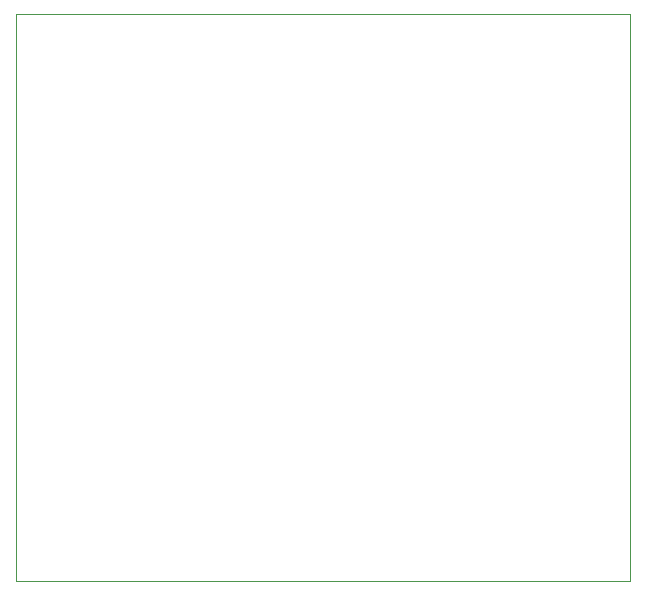
<source format=gbr>
%FSLAX34Y34*%
G04 Gerber Fmt 3.4, Leading zero omitted, Abs format*
G04 (created by PCBNEW (2014-02-26 BZR 4721)-product) date Wednesday, 27 May 2015 16:47:44*
%MOIN*%
G01*
G70*
G90*
G04 APERTURE LIST*
%ADD10C,0.005906*%
%ADD11C,0.003937*%
G04 APERTURE END LIST*
G54D10*
G54D11*
X47244Y-36614D02*
X47637Y-36614D01*
X47244Y-55511D02*
X47244Y-36614D01*
X67716Y-55511D02*
X47244Y-55511D01*
X67716Y-36614D02*
X67716Y-55511D01*
X47637Y-36614D02*
X67716Y-36614D01*
M02*

</source>
